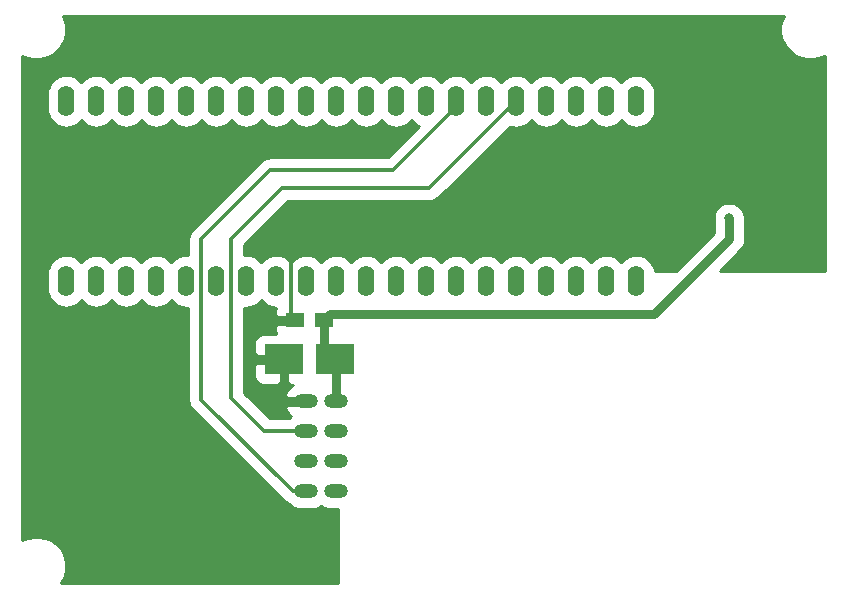
<source format=gbl>
G04 #@! TF.GenerationSoftware,KiCad,Pcbnew,no-vcs-found-5f4599f~59~ubuntu16.04.1*
G04 #@! TF.CreationDate,2017-07-19T09:38:49+03:00*
G04 #@! TF.ProjectId,serial_gw_maple_mini,73657269616C5F67775F6D61706C655F,rev?*
G04 #@! TF.SameCoordinates,Original
G04 #@! TF.FileFunction,Copper,L2,Bot,Signal*
G04 #@! TF.FilePolarity,Positive*
%FSLAX46Y46*%
G04 Gerber Fmt 4.6, Leading zero omitted, Abs format (unit mm)*
G04 Created by KiCad (PCBNEW no-vcs-found-5f4599f~59~ubuntu16.04.1) date Wed Jul 19 09:38:49 2017*
%MOMM*%
%LPD*%
G01*
G04 APERTURE LIST*
%ADD10O,1.400000X2.600000*%
%ADD11C,0.450000*%
%ADD12O,2.000000X1.200000*%
%ADD13R,3.200000X2.500000*%
%ADD14R,1.500000X1.250000*%
%ADD15C,0.800000*%
%ADD16C,0.350000*%
%ADD17C,0.800000*%
%ADD18C,0.254000*%
G04 APERTURE END LIST*
D10*
X144780000Y-48260000D03*
X147320000Y-48260000D03*
X149860000Y-48260000D03*
X152400000Y-48260000D03*
X154940000Y-48260000D03*
X157480000Y-48260000D03*
X160020000Y-48260000D03*
X162560000Y-48260000D03*
X165100000Y-48260000D03*
X167640000Y-48260000D03*
X170180000Y-48260000D03*
X172720000Y-48260000D03*
X175260000Y-48260000D03*
X177800000Y-48260000D03*
X180340000Y-48260000D03*
X182880000Y-48260000D03*
X185420000Y-48260000D03*
X187960000Y-48260000D03*
X190500000Y-48260000D03*
X193040000Y-48260000D03*
X193040000Y-63500000D03*
X190500000Y-63500000D03*
X187960000Y-63500000D03*
X185420000Y-63500000D03*
X182880000Y-63500000D03*
X180340000Y-63500000D03*
X177800000Y-63500000D03*
X175260000Y-63500000D03*
X172720000Y-63500000D03*
X170180000Y-63500000D03*
X167640000Y-63500000D03*
X165100000Y-63500000D03*
X162560000Y-63500000D03*
X160020000Y-63500000D03*
X157480000Y-63500000D03*
X154940000Y-63500000D03*
X152400000Y-63500000D03*
X149860000Y-63500000D03*
X147320000Y-63500000D03*
X144780000Y-63500000D03*
D11*
X170707857Y-45778500D03*
X173247857Y-45778500D03*
X175787857Y-45778500D03*
X178327857Y-45778500D03*
X180867857Y-45778500D03*
X183407857Y-45778500D03*
X185947857Y-45778500D03*
X188487857Y-45778500D03*
X191027857Y-45778500D03*
X193567857Y-45778500D03*
X142767857Y-45778500D03*
X145307857Y-45778500D03*
X147847857Y-45778500D03*
X150387857Y-45778500D03*
X152927857Y-45778500D03*
X155467857Y-45778500D03*
X158007857Y-45778500D03*
X160547857Y-45778500D03*
X163087857Y-45778500D03*
X165627857Y-45778500D03*
X168167857Y-45778500D03*
X175787857Y-58478500D03*
X178327857Y-55938500D03*
D12*
X165100000Y-81280000D03*
X167640000Y-81280000D03*
X165100000Y-78740000D03*
X167640000Y-78740000D03*
X165100000Y-76200000D03*
X167640000Y-76200000D03*
X165100000Y-73660000D03*
X167640000Y-73660000D03*
D13*
X163204000Y-70104000D03*
X167504000Y-70104000D03*
D14*
X164104000Y-66802000D03*
X166604000Y-66802000D03*
D11*
X145307857Y-43238500D03*
X147847857Y-43238500D03*
X150387857Y-43238500D03*
X152927857Y-43238500D03*
X155467857Y-43238500D03*
X158007857Y-43238500D03*
X160547857Y-43238500D03*
X163087857Y-43238500D03*
X165627857Y-43238500D03*
X168167857Y-43238500D03*
X170707857Y-43238500D03*
X173247857Y-43238500D03*
X175787857Y-43238500D03*
X178327857Y-43238500D03*
X180867857Y-43238500D03*
X183407857Y-43238500D03*
X185947857Y-43238500D03*
X188487857Y-43238500D03*
X191027857Y-43238500D03*
X193567857Y-43238500D03*
X196107857Y-43238500D03*
X198647857Y-43238500D03*
X201187857Y-43238500D03*
X203727857Y-43238500D03*
X196107857Y-45778500D03*
X206267857Y-45778500D03*
X208807857Y-45778500D03*
X142767857Y-48318500D03*
X196107857Y-48318500D03*
X206267857Y-48318500D03*
X208807857Y-48318500D03*
X142767857Y-50858500D03*
X206267857Y-50858500D03*
X208807857Y-50858500D03*
X142767857Y-53398500D03*
X145307857Y-53398500D03*
X147847857Y-53398500D03*
X150387857Y-53398500D03*
X152927857Y-53398500D03*
X155467857Y-53398500D03*
X180867857Y-53398500D03*
X183407857Y-53398500D03*
X185947857Y-53398500D03*
X188487857Y-53398500D03*
X191027857Y-53398500D03*
X193567857Y-53398500D03*
X196107857Y-53398500D03*
X203727857Y-53398500D03*
X206267857Y-53398500D03*
X208807857Y-53398500D03*
X142767857Y-55938500D03*
X145307857Y-55938500D03*
X147847857Y-55938500D03*
X150387857Y-55938500D03*
X152927857Y-55938500D03*
X155467857Y-55938500D03*
X180867857Y-55938500D03*
X183407857Y-55938500D03*
X185947857Y-55938500D03*
X188487857Y-55938500D03*
X191027857Y-55938500D03*
X193567857Y-55938500D03*
X196107857Y-55938500D03*
X206267857Y-55938500D03*
X208807857Y-55938500D03*
X142767857Y-58478500D03*
X145307857Y-58478500D03*
X147847857Y-58478500D03*
X150387857Y-58478500D03*
X152927857Y-58478500D03*
X178327857Y-58478500D03*
X180867857Y-58478500D03*
X183407857Y-58478500D03*
X185947857Y-58478500D03*
X188487857Y-58478500D03*
X191027857Y-58478500D03*
X193567857Y-58478500D03*
X196107857Y-58478500D03*
X198647857Y-58478500D03*
X203727857Y-58478500D03*
X206267857Y-58478500D03*
X208807857Y-58478500D03*
X142767857Y-61018500D03*
X145307857Y-61018500D03*
X147847857Y-61018500D03*
X150387857Y-61018500D03*
X165627857Y-61018500D03*
X168167857Y-61018500D03*
X170707857Y-61018500D03*
X173247857Y-61018500D03*
X175787857Y-61018500D03*
X178327857Y-61018500D03*
X180867857Y-61018500D03*
X183407857Y-61018500D03*
X185947857Y-61018500D03*
X188487857Y-61018500D03*
X191027857Y-61018500D03*
X193567857Y-61018500D03*
X196107857Y-61018500D03*
X206267857Y-61018500D03*
X208807857Y-61018500D03*
X142767857Y-63558500D03*
X142767857Y-66098500D03*
X142767857Y-68638500D03*
X145307857Y-68638500D03*
X147847857Y-68638500D03*
X150387857Y-68638500D03*
X142767857Y-71178500D03*
X145307857Y-71178500D03*
X147847857Y-71178500D03*
X150387857Y-71178500D03*
X142767857Y-73718500D03*
X145307857Y-73718500D03*
X147847857Y-73718500D03*
X150387857Y-73718500D03*
X163087857Y-73718500D03*
X142767857Y-76258500D03*
X145307857Y-76258500D03*
X147847857Y-76258500D03*
X150387857Y-76258500D03*
X152927857Y-76258500D03*
X142767857Y-78798500D03*
X145307857Y-78798500D03*
X147847857Y-78798500D03*
X150387857Y-78798500D03*
X152927857Y-78798500D03*
X155467857Y-78798500D03*
X142767857Y-81338500D03*
X145307857Y-81338500D03*
X147847857Y-81338500D03*
X150387857Y-81338500D03*
X152927857Y-81338500D03*
X155467857Y-81338500D03*
X158007857Y-81338500D03*
X142767857Y-83878500D03*
X145307857Y-83878500D03*
X147847857Y-83878500D03*
X150387857Y-83878500D03*
X152927857Y-83878500D03*
X155467857Y-83878500D03*
X158007857Y-83878500D03*
X160547857Y-83878500D03*
X163087857Y-83878500D03*
X165627857Y-83878500D03*
X145307857Y-86418500D03*
X147847857Y-86418500D03*
X150387857Y-86418500D03*
X152927857Y-86418500D03*
X155467857Y-86418500D03*
X158007857Y-86418500D03*
X160547857Y-86418500D03*
X163087857Y-86418500D03*
X165627857Y-86418500D03*
X145307857Y-88958500D03*
X147847857Y-88958500D03*
X150387857Y-88958500D03*
X152927857Y-88958500D03*
X155467857Y-88958500D03*
X158007857Y-88958500D03*
X160547857Y-88958500D03*
X163087857Y-88958500D03*
X165627857Y-88958500D03*
D15*
X163830000Y-61214000D03*
X200914000Y-58166000D03*
D16*
X164104000Y-66802000D02*
X164084000Y-66802000D01*
X164084000Y-66802000D02*
X163830000Y-66548000D01*
X163830000Y-66548000D02*
X163830000Y-61214000D01*
D17*
X200914000Y-58166000D02*
X200914000Y-59944000D01*
X167112000Y-66294000D02*
X166604000Y-66802000D01*
X200914000Y-59944000D02*
X194564000Y-66294000D01*
X194564000Y-66294000D02*
X167112000Y-66294000D01*
X167640000Y-73660000D02*
X167640000Y-70240000D01*
X167640000Y-70240000D02*
X167504000Y-70104000D01*
X166604000Y-66802000D02*
X166604000Y-69204000D01*
X166604000Y-69204000D02*
X167504000Y-70104000D01*
D16*
X165100000Y-76200000D02*
X161544000Y-76200000D01*
X161544000Y-76200000D02*
X158755199Y-73411199D01*
X158755199Y-59938801D02*
X163068000Y-55626000D01*
X158755199Y-73411199D02*
X158755199Y-59938801D01*
X163068000Y-55626000D02*
X175514000Y-55626000D01*
X175514000Y-55626000D02*
X182880000Y-48260000D01*
X177800000Y-48260000D02*
X177800000Y-48768000D01*
X162052000Y-54102000D02*
X156215199Y-59938801D01*
X177800000Y-48768000D02*
X172466000Y-54102000D01*
X172466000Y-54102000D02*
X162052000Y-54102000D01*
X156215199Y-59938801D02*
X156215199Y-73540199D01*
X156215199Y-73540199D02*
X163955000Y-81280000D01*
X163955000Y-81280000D02*
X164700000Y-81280000D01*
X164700000Y-81280000D02*
X165100000Y-81280000D01*
D18*
G36*
X205351633Y-41396214D02*
X205248598Y-41880955D01*
X205241678Y-42376477D01*
X205331138Y-42863906D01*
X205513570Y-43324675D01*
X205782024Y-43741235D01*
X206126276Y-44097719D01*
X206533214Y-44380547D01*
X206987336Y-44578948D01*
X207471345Y-44685365D01*
X207966807Y-44695743D01*
X208454848Y-44609688D01*
X208916880Y-44430478D01*
X208998000Y-44378998D01*
X208998000Y-62611000D01*
X200123662Y-62611000D01*
X201852331Y-60882331D01*
X201930139Y-60787605D01*
X202008926Y-60693711D01*
X202012289Y-60687593D01*
X202016716Y-60682204D01*
X202074627Y-60574202D01*
X202133693Y-60466761D01*
X202135803Y-60460110D01*
X202139100Y-60453961D01*
X202174936Y-60336745D01*
X202212002Y-60219899D01*
X202212780Y-60212964D01*
X202214820Y-60206291D01*
X202227206Y-60084357D01*
X202240871Y-59962528D01*
X202240966Y-59948888D01*
X202240992Y-59948632D01*
X202240969Y-59948393D01*
X202241000Y-59944000D01*
X202241000Y-58166000D01*
X202239460Y-58150291D01*
X202241057Y-58035881D01*
X202190510Y-57780599D01*
X202091341Y-57539997D01*
X201947327Y-57323239D01*
X201763955Y-57138581D01*
X201548207Y-56993058D01*
X201308303Y-56892212D01*
X201053380Y-56839884D01*
X200793149Y-56838067D01*
X200537520Y-56886831D01*
X200296231Y-56984318D01*
X200078473Y-57126814D01*
X199892540Y-57308894D01*
X199745514Y-57523620D01*
X199642996Y-57762814D01*
X199588889Y-58017365D01*
X199585255Y-58277578D01*
X199587000Y-58287086D01*
X199587000Y-59394338D01*
X196370338Y-62611000D01*
X194639720Y-62611000D01*
X194636014Y-62573205D01*
X194544236Y-62269222D01*
X194395163Y-61988856D01*
X194194472Y-61742784D01*
X193949807Y-61540380D01*
X193670488Y-61389353D01*
X193367154Y-61295455D01*
X193051359Y-61262264D01*
X192735131Y-61291043D01*
X192430515Y-61380696D01*
X192149115Y-61527808D01*
X191901648Y-61726777D01*
X191769683Y-61884047D01*
X191654472Y-61742784D01*
X191409807Y-61540380D01*
X191130488Y-61389353D01*
X190827154Y-61295455D01*
X190511359Y-61262264D01*
X190195131Y-61291043D01*
X189890515Y-61380696D01*
X189609115Y-61527808D01*
X189361648Y-61726777D01*
X189229683Y-61884047D01*
X189114472Y-61742784D01*
X188869807Y-61540380D01*
X188590488Y-61389353D01*
X188287154Y-61295455D01*
X187971359Y-61262264D01*
X187655131Y-61291043D01*
X187350515Y-61380696D01*
X187069115Y-61527808D01*
X186821648Y-61726777D01*
X186689683Y-61884047D01*
X186574472Y-61742784D01*
X186329807Y-61540380D01*
X186050488Y-61389353D01*
X185747154Y-61295455D01*
X185431359Y-61262264D01*
X185115131Y-61291043D01*
X184810515Y-61380696D01*
X184529115Y-61527808D01*
X184281648Y-61726777D01*
X184149683Y-61884047D01*
X184034472Y-61742784D01*
X183789807Y-61540380D01*
X183510488Y-61389353D01*
X183207154Y-61295455D01*
X182891359Y-61262264D01*
X182575131Y-61291043D01*
X182270515Y-61380696D01*
X181989115Y-61527808D01*
X181741648Y-61726777D01*
X181609683Y-61884047D01*
X181494472Y-61742784D01*
X181249807Y-61540380D01*
X180970488Y-61389353D01*
X180667154Y-61295455D01*
X180351359Y-61262264D01*
X180035131Y-61291043D01*
X179730515Y-61380696D01*
X179449115Y-61527808D01*
X179201648Y-61726777D01*
X179069683Y-61884047D01*
X178954472Y-61742784D01*
X178709807Y-61540380D01*
X178430488Y-61389353D01*
X178127154Y-61295455D01*
X177811359Y-61262264D01*
X177495131Y-61291043D01*
X177190515Y-61380696D01*
X176909115Y-61527808D01*
X176661648Y-61726777D01*
X176529683Y-61884047D01*
X176414472Y-61742784D01*
X176169807Y-61540380D01*
X175890488Y-61389353D01*
X175587154Y-61295455D01*
X175271359Y-61262264D01*
X174955131Y-61291043D01*
X174650515Y-61380696D01*
X174369115Y-61527808D01*
X174121648Y-61726777D01*
X173989683Y-61884047D01*
X173874472Y-61742784D01*
X173629807Y-61540380D01*
X173350488Y-61389353D01*
X173047154Y-61295455D01*
X172731359Y-61262264D01*
X172415131Y-61291043D01*
X172110515Y-61380696D01*
X171829115Y-61527808D01*
X171581648Y-61726777D01*
X171449683Y-61884047D01*
X171334472Y-61742784D01*
X171089807Y-61540380D01*
X170810488Y-61389353D01*
X170507154Y-61295455D01*
X170191359Y-61262264D01*
X169875131Y-61291043D01*
X169570515Y-61380696D01*
X169289115Y-61527808D01*
X169041648Y-61726777D01*
X168909683Y-61884047D01*
X168794472Y-61742784D01*
X168549807Y-61540380D01*
X168270488Y-61389353D01*
X167967154Y-61295455D01*
X167651359Y-61262264D01*
X167335131Y-61291043D01*
X167030515Y-61380696D01*
X166749115Y-61527808D01*
X166501648Y-61726777D01*
X166369683Y-61884047D01*
X166254472Y-61742784D01*
X166009807Y-61540380D01*
X165730488Y-61389353D01*
X165427154Y-61295455D01*
X165111359Y-61262264D01*
X164795131Y-61291043D01*
X164490515Y-61380696D01*
X164209115Y-61527808D01*
X163961648Y-61726777D01*
X163829683Y-61884047D01*
X163714472Y-61742784D01*
X163469807Y-61540380D01*
X163190488Y-61389353D01*
X162887154Y-61295455D01*
X162571359Y-61262264D01*
X162255131Y-61291043D01*
X161950515Y-61380696D01*
X161669115Y-61527808D01*
X161421648Y-61726777D01*
X161289683Y-61884047D01*
X161174472Y-61742784D01*
X160929807Y-61540380D01*
X160650488Y-61389353D01*
X160347154Y-61295455D01*
X160031359Y-61262264D01*
X159857199Y-61278114D01*
X159857199Y-60395265D01*
X163524463Y-56728000D01*
X175514000Y-56728000D01*
X175615296Y-56718068D01*
X175716714Y-56709195D01*
X175722278Y-56707579D01*
X175728046Y-56707013D01*
X175825545Y-56677576D01*
X175923247Y-56649191D01*
X175928388Y-56646526D01*
X175933940Y-56644850D01*
X176023845Y-56597046D01*
X176114192Y-56550215D01*
X176118722Y-56546599D01*
X176123837Y-56543879D01*
X176202694Y-56479565D01*
X176282276Y-56416036D01*
X176290344Y-56408080D01*
X176290507Y-56407947D01*
X176290632Y-56407796D01*
X176293232Y-56405232D01*
X182309307Y-50389157D01*
X182552846Y-50464545D01*
X182868641Y-50497736D01*
X183184869Y-50468957D01*
X183489485Y-50379304D01*
X183770885Y-50232192D01*
X184018352Y-50033223D01*
X184150317Y-49875953D01*
X184265528Y-50017216D01*
X184510193Y-50219620D01*
X184789512Y-50370647D01*
X185092846Y-50464545D01*
X185408641Y-50497736D01*
X185724869Y-50468957D01*
X186029485Y-50379304D01*
X186310885Y-50232192D01*
X186558352Y-50033223D01*
X186690317Y-49875953D01*
X186805528Y-50017216D01*
X187050193Y-50219620D01*
X187329512Y-50370647D01*
X187632846Y-50464545D01*
X187948641Y-50497736D01*
X188264869Y-50468957D01*
X188569485Y-50379304D01*
X188850885Y-50232192D01*
X189098352Y-50033223D01*
X189230317Y-49875953D01*
X189345528Y-50017216D01*
X189590193Y-50219620D01*
X189869512Y-50370647D01*
X190172846Y-50464545D01*
X190488641Y-50497736D01*
X190804869Y-50468957D01*
X191109485Y-50379304D01*
X191390885Y-50232192D01*
X191638352Y-50033223D01*
X191770317Y-49875953D01*
X191885528Y-50017216D01*
X192130193Y-50219620D01*
X192409512Y-50370647D01*
X192712846Y-50464545D01*
X193028641Y-50497736D01*
X193344869Y-50468957D01*
X193649485Y-50379304D01*
X193930885Y-50232192D01*
X194178352Y-50033223D01*
X194382460Y-49789977D01*
X194535433Y-49511719D01*
X194631446Y-49209048D01*
X194666841Y-48893492D01*
X194667000Y-48870776D01*
X194667000Y-47649224D01*
X194636014Y-47333205D01*
X194544236Y-47029222D01*
X194395163Y-46748856D01*
X194194472Y-46502784D01*
X193949807Y-46300380D01*
X193670488Y-46149353D01*
X193367154Y-46055455D01*
X193051359Y-46022264D01*
X192735131Y-46051043D01*
X192430515Y-46140696D01*
X192149115Y-46287808D01*
X191901648Y-46486777D01*
X191769683Y-46644047D01*
X191654472Y-46502784D01*
X191409807Y-46300380D01*
X191130488Y-46149353D01*
X190827154Y-46055455D01*
X190511359Y-46022264D01*
X190195131Y-46051043D01*
X189890515Y-46140696D01*
X189609115Y-46287808D01*
X189361648Y-46486777D01*
X189229683Y-46644047D01*
X189114472Y-46502784D01*
X188869807Y-46300380D01*
X188590488Y-46149353D01*
X188287154Y-46055455D01*
X187971359Y-46022264D01*
X187655131Y-46051043D01*
X187350515Y-46140696D01*
X187069115Y-46287808D01*
X186821648Y-46486777D01*
X186689683Y-46644047D01*
X186574472Y-46502784D01*
X186329807Y-46300380D01*
X186050488Y-46149353D01*
X185747154Y-46055455D01*
X185431359Y-46022264D01*
X185115131Y-46051043D01*
X184810515Y-46140696D01*
X184529115Y-46287808D01*
X184281648Y-46486777D01*
X184149683Y-46644047D01*
X184034472Y-46502784D01*
X183789807Y-46300380D01*
X183510488Y-46149353D01*
X183207154Y-46055455D01*
X182891359Y-46022264D01*
X182575131Y-46051043D01*
X182270515Y-46140696D01*
X181989115Y-46287808D01*
X181741648Y-46486777D01*
X181609683Y-46644047D01*
X181494472Y-46502784D01*
X181249807Y-46300380D01*
X180970488Y-46149353D01*
X180667154Y-46055455D01*
X180351359Y-46022264D01*
X180035131Y-46051043D01*
X179730515Y-46140696D01*
X179449115Y-46287808D01*
X179201648Y-46486777D01*
X179069683Y-46644047D01*
X178954472Y-46502784D01*
X178709807Y-46300380D01*
X178430488Y-46149353D01*
X178127154Y-46055455D01*
X177811359Y-46022264D01*
X177495131Y-46051043D01*
X177190515Y-46140696D01*
X176909115Y-46287808D01*
X176661648Y-46486777D01*
X176529683Y-46644047D01*
X176414472Y-46502784D01*
X176169807Y-46300380D01*
X175890488Y-46149353D01*
X175587154Y-46055455D01*
X175271359Y-46022264D01*
X174955131Y-46051043D01*
X174650515Y-46140696D01*
X174369115Y-46287808D01*
X174121648Y-46486777D01*
X173989683Y-46644047D01*
X173874472Y-46502784D01*
X173629807Y-46300380D01*
X173350488Y-46149353D01*
X173047154Y-46055455D01*
X172731359Y-46022264D01*
X172415131Y-46051043D01*
X172110515Y-46140696D01*
X171829115Y-46287808D01*
X171581648Y-46486777D01*
X171449683Y-46644047D01*
X171334472Y-46502784D01*
X171089807Y-46300380D01*
X170810488Y-46149353D01*
X170507154Y-46055455D01*
X170191359Y-46022264D01*
X169875131Y-46051043D01*
X169570515Y-46140696D01*
X169289115Y-46287808D01*
X169041648Y-46486777D01*
X168909683Y-46644047D01*
X168794472Y-46502784D01*
X168549807Y-46300380D01*
X168270488Y-46149353D01*
X167967154Y-46055455D01*
X167651359Y-46022264D01*
X167335131Y-46051043D01*
X167030515Y-46140696D01*
X166749115Y-46287808D01*
X166501648Y-46486777D01*
X166369683Y-46644047D01*
X166254472Y-46502784D01*
X166009807Y-46300380D01*
X165730488Y-46149353D01*
X165427154Y-46055455D01*
X165111359Y-46022264D01*
X164795131Y-46051043D01*
X164490515Y-46140696D01*
X164209115Y-46287808D01*
X163961648Y-46486777D01*
X163829683Y-46644047D01*
X163714472Y-46502784D01*
X163469807Y-46300380D01*
X163190488Y-46149353D01*
X162887154Y-46055455D01*
X162571359Y-46022264D01*
X162255131Y-46051043D01*
X161950515Y-46140696D01*
X161669115Y-46287808D01*
X161421648Y-46486777D01*
X161289683Y-46644047D01*
X161174472Y-46502784D01*
X160929807Y-46300380D01*
X160650488Y-46149353D01*
X160347154Y-46055455D01*
X160031359Y-46022264D01*
X159715131Y-46051043D01*
X159410515Y-46140696D01*
X159129115Y-46287808D01*
X158881648Y-46486777D01*
X158749683Y-46644047D01*
X158634472Y-46502784D01*
X158389807Y-46300380D01*
X158110488Y-46149353D01*
X157807154Y-46055455D01*
X157491359Y-46022264D01*
X157175131Y-46051043D01*
X156870515Y-46140696D01*
X156589115Y-46287808D01*
X156341648Y-46486777D01*
X156209683Y-46644047D01*
X156094472Y-46502784D01*
X155849807Y-46300380D01*
X155570488Y-46149353D01*
X155267154Y-46055455D01*
X154951359Y-46022264D01*
X154635131Y-46051043D01*
X154330515Y-46140696D01*
X154049115Y-46287808D01*
X153801648Y-46486777D01*
X153669683Y-46644047D01*
X153554472Y-46502784D01*
X153309807Y-46300380D01*
X153030488Y-46149353D01*
X152727154Y-46055455D01*
X152411359Y-46022264D01*
X152095131Y-46051043D01*
X151790515Y-46140696D01*
X151509115Y-46287808D01*
X151261648Y-46486777D01*
X151129683Y-46644047D01*
X151014472Y-46502784D01*
X150769807Y-46300380D01*
X150490488Y-46149353D01*
X150187154Y-46055455D01*
X149871359Y-46022264D01*
X149555131Y-46051043D01*
X149250515Y-46140696D01*
X148969115Y-46287808D01*
X148721648Y-46486777D01*
X148589683Y-46644047D01*
X148474472Y-46502784D01*
X148229807Y-46300380D01*
X147950488Y-46149353D01*
X147647154Y-46055455D01*
X147331359Y-46022264D01*
X147015131Y-46051043D01*
X146710515Y-46140696D01*
X146429115Y-46287808D01*
X146181648Y-46486777D01*
X146049683Y-46644047D01*
X145934472Y-46502784D01*
X145689807Y-46300380D01*
X145410488Y-46149353D01*
X145107154Y-46055455D01*
X144791359Y-46022264D01*
X144475131Y-46051043D01*
X144170515Y-46140696D01*
X143889115Y-46287808D01*
X143641648Y-46486777D01*
X143437540Y-46730023D01*
X143284567Y-47008281D01*
X143188554Y-47310952D01*
X143153159Y-47626508D01*
X143153000Y-47649224D01*
X143153000Y-48870776D01*
X143183986Y-49186795D01*
X143275764Y-49490778D01*
X143424837Y-49771144D01*
X143625528Y-50017216D01*
X143870193Y-50219620D01*
X144149512Y-50370647D01*
X144452846Y-50464545D01*
X144768641Y-50497736D01*
X145084869Y-50468957D01*
X145389485Y-50379304D01*
X145670885Y-50232192D01*
X145918352Y-50033223D01*
X146050317Y-49875953D01*
X146165528Y-50017216D01*
X146410193Y-50219620D01*
X146689512Y-50370647D01*
X146992846Y-50464545D01*
X147308641Y-50497736D01*
X147624869Y-50468957D01*
X147929485Y-50379304D01*
X148210885Y-50232192D01*
X148458352Y-50033223D01*
X148590317Y-49875953D01*
X148705528Y-50017216D01*
X148950193Y-50219620D01*
X149229512Y-50370647D01*
X149532846Y-50464545D01*
X149848641Y-50497736D01*
X150164869Y-50468957D01*
X150469485Y-50379304D01*
X150750885Y-50232192D01*
X150998352Y-50033223D01*
X151130317Y-49875953D01*
X151245528Y-50017216D01*
X151490193Y-50219620D01*
X151769512Y-50370647D01*
X152072846Y-50464545D01*
X152388641Y-50497736D01*
X152704869Y-50468957D01*
X153009485Y-50379304D01*
X153290885Y-50232192D01*
X153538352Y-50033223D01*
X153670317Y-49875953D01*
X153785528Y-50017216D01*
X154030193Y-50219620D01*
X154309512Y-50370647D01*
X154612846Y-50464545D01*
X154928641Y-50497736D01*
X155244869Y-50468957D01*
X155549485Y-50379304D01*
X155830885Y-50232192D01*
X156078352Y-50033223D01*
X156210317Y-49875953D01*
X156325528Y-50017216D01*
X156570193Y-50219620D01*
X156849512Y-50370647D01*
X157152846Y-50464545D01*
X157468641Y-50497736D01*
X157784869Y-50468957D01*
X158089485Y-50379304D01*
X158370885Y-50232192D01*
X158618352Y-50033223D01*
X158750317Y-49875953D01*
X158865528Y-50017216D01*
X159110193Y-50219620D01*
X159389512Y-50370647D01*
X159692846Y-50464545D01*
X160008641Y-50497736D01*
X160324869Y-50468957D01*
X160629485Y-50379304D01*
X160910885Y-50232192D01*
X161158352Y-50033223D01*
X161290317Y-49875953D01*
X161405528Y-50017216D01*
X161650193Y-50219620D01*
X161929512Y-50370647D01*
X162232846Y-50464545D01*
X162548641Y-50497736D01*
X162864869Y-50468957D01*
X163169485Y-50379304D01*
X163450885Y-50232192D01*
X163698352Y-50033223D01*
X163830317Y-49875953D01*
X163945528Y-50017216D01*
X164190193Y-50219620D01*
X164469512Y-50370647D01*
X164772846Y-50464545D01*
X165088641Y-50497736D01*
X165404869Y-50468957D01*
X165709485Y-50379304D01*
X165990885Y-50232192D01*
X166238352Y-50033223D01*
X166370317Y-49875953D01*
X166485528Y-50017216D01*
X166730193Y-50219620D01*
X167009512Y-50370647D01*
X167312846Y-50464545D01*
X167628641Y-50497736D01*
X167944869Y-50468957D01*
X168249485Y-50379304D01*
X168530885Y-50232192D01*
X168778352Y-50033223D01*
X168910317Y-49875953D01*
X169025528Y-50017216D01*
X169270193Y-50219620D01*
X169549512Y-50370647D01*
X169852846Y-50464545D01*
X170168641Y-50497736D01*
X170484869Y-50468957D01*
X170789485Y-50379304D01*
X171070885Y-50232192D01*
X171318352Y-50033223D01*
X171450317Y-49875953D01*
X171565528Y-50017216D01*
X171810193Y-50219620D01*
X172089512Y-50370647D01*
X172392846Y-50464545D01*
X172708641Y-50497736D01*
X173024869Y-50468957D01*
X173329485Y-50379304D01*
X173610885Y-50232192D01*
X173858352Y-50033223D01*
X173990317Y-49875953D01*
X174105528Y-50017216D01*
X174350193Y-50219620D01*
X174629512Y-50370647D01*
X174636672Y-50372864D01*
X172009536Y-53000000D01*
X162052000Y-53000000D01*
X161950704Y-53009932D01*
X161849286Y-53018805D01*
X161843722Y-53020421D01*
X161837954Y-53020987D01*
X161740455Y-53050424D01*
X161642753Y-53078809D01*
X161637612Y-53081474D01*
X161632060Y-53083150D01*
X161542155Y-53130954D01*
X161451808Y-53177785D01*
X161447278Y-53181401D01*
X161442163Y-53184121D01*
X161363300Y-53248440D01*
X161283723Y-53311965D01*
X161275656Y-53319920D01*
X161275493Y-53320053D01*
X161275368Y-53320204D01*
X161272768Y-53322768D01*
X155435967Y-59159569D01*
X155371342Y-59238246D01*
X155305924Y-59316207D01*
X155303133Y-59321285D01*
X155299454Y-59325763D01*
X155251344Y-59415488D01*
X155202312Y-59504677D01*
X155200560Y-59510200D01*
X155197821Y-59515308D01*
X155168070Y-59612621D01*
X155137280Y-59709682D01*
X155136633Y-59715446D01*
X155134941Y-59720982D01*
X155124663Y-59822169D01*
X155113306Y-59923415D01*
X155113227Y-59934745D01*
X155113206Y-59934954D01*
X155113224Y-59935149D01*
X155113199Y-59938801D01*
X155113199Y-61279274D01*
X154951359Y-61262264D01*
X154635131Y-61291043D01*
X154330515Y-61380696D01*
X154049115Y-61527808D01*
X153801648Y-61726777D01*
X153669683Y-61884047D01*
X153554472Y-61742784D01*
X153309807Y-61540380D01*
X153030488Y-61389353D01*
X152727154Y-61295455D01*
X152411359Y-61262264D01*
X152095131Y-61291043D01*
X151790515Y-61380696D01*
X151509115Y-61527808D01*
X151261648Y-61726777D01*
X151129683Y-61884047D01*
X151014472Y-61742784D01*
X150769807Y-61540380D01*
X150490488Y-61389353D01*
X150187154Y-61295455D01*
X149871359Y-61262264D01*
X149555131Y-61291043D01*
X149250515Y-61380696D01*
X148969115Y-61527808D01*
X148721648Y-61726777D01*
X148589683Y-61884047D01*
X148474472Y-61742784D01*
X148229807Y-61540380D01*
X147950488Y-61389353D01*
X147647154Y-61295455D01*
X147331359Y-61262264D01*
X147015131Y-61291043D01*
X146710515Y-61380696D01*
X146429115Y-61527808D01*
X146181648Y-61726777D01*
X146049683Y-61884047D01*
X145934472Y-61742784D01*
X145689807Y-61540380D01*
X145410488Y-61389353D01*
X145107154Y-61295455D01*
X144791359Y-61262264D01*
X144475131Y-61291043D01*
X144170515Y-61380696D01*
X143889115Y-61527808D01*
X143641648Y-61726777D01*
X143437540Y-61970023D01*
X143284567Y-62248281D01*
X143188554Y-62550952D01*
X143153159Y-62866508D01*
X143153000Y-62889224D01*
X143153000Y-64110776D01*
X143183986Y-64426795D01*
X143275764Y-64730778D01*
X143424837Y-65011144D01*
X143625528Y-65257216D01*
X143870193Y-65459620D01*
X144149512Y-65610647D01*
X144452846Y-65704545D01*
X144768641Y-65737736D01*
X145084869Y-65708957D01*
X145389485Y-65619304D01*
X145670885Y-65472192D01*
X145918352Y-65273223D01*
X146050317Y-65115953D01*
X146165528Y-65257216D01*
X146410193Y-65459620D01*
X146689512Y-65610647D01*
X146992846Y-65704545D01*
X147308641Y-65737736D01*
X147624869Y-65708957D01*
X147929485Y-65619304D01*
X148210885Y-65472192D01*
X148458352Y-65273223D01*
X148590317Y-65115953D01*
X148705528Y-65257216D01*
X148950193Y-65459620D01*
X149229512Y-65610647D01*
X149532846Y-65704545D01*
X149848641Y-65737736D01*
X150164869Y-65708957D01*
X150469485Y-65619304D01*
X150750885Y-65472192D01*
X150998352Y-65273223D01*
X151130317Y-65115953D01*
X151245528Y-65257216D01*
X151490193Y-65459620D01*
X151769512Y-65610647D01*
X152072846Y-65704545D01*
X152388641Y-65737736D01*
X152704869Y-65708957D01*
X153009485Y-65619304D01*
X153290885Y-65472192D01*
X153538352Y-65273223D01*
X153670317Y-65115953D01*
X153785528Y-65257216D01*
X154030193Y-65459620D01*
X154309512Y-65610647D01*
X154612846Y-65704545D01*
X154928641Y-65737736D01*
X155113199Y-65720940D01*
X155113199Y-73540199D01*
X155123131Y-73641495D01*
X155132004Y-73742913D01*
X155133620Y-73748477D01*
X155134186Y-73754245D01*
X155163623Y-73851744D01*
X155192008Y-73949446D01*
X155194673Y-73954587D01*
X155196349Y-73960139D01*
X155244153Y-74050044D01*
X155290984Y-74140391D01*
X155294600Y-74144921D01*
X155297320Y-74150036D01*
X155361634Y-74228893D01*
X155425163Y-74308475D01*
X155433119Y-74316543D01*
X155433252Y-74316706D01*
X155433403Y-74316831D01*
X155435967Y-74319431D01*
X163175769Y-82059232D01*
X163254420Y-82123837D01*
X163332406Y-82189275D01*
X163337484Y-82192067D01*
X163341962Y-82195745D01*
X163431687Y-82243855D01*
X163520876Y-82292887D01*
X163526399Y-82294639D01*
X163531507Y-82297378D01*
X163567516Y-82308387D01*
X163599676Y-82348386D01*
X163827971Y-82539948D01*
X164089127Y-82683520D01*
X164373195Y-82773631D01*
X164669356Y-82806851D01*
X164690676Y-82807000D01*
X165509324Y-82807000D01*
X165805920Y-82777919D01*
X166091218Y-82691782D01*
X166354353Y-82551871D01*
X166368569Y-82540277D01*
X166629127Y-82683520D01*
X166913195Y-82773631D01*
X167209356Y-82806851D01*
X167230676Y-82807000D01*
X167767000Y-82807000D01*
X167767000Y-88998000D01*
X144367590Y-88998000D01*
X144447845Y-88884231D01*
X144649412Y-88431505D01*
X144759204Y-87948250D01*
X144767108Y-87382215D01*
X144670852Y-86896083D01*
X144482004Y-86437905D01*
X144207760Y-86025134D01*
X143858564Y-85673492D01*
X143447718Y-85396373D01*
X142990870Y-85204331D01*
X142505421Y-85104683D01*
X142009863Y-85101223D01*
X141523071Y-85194084D01*
X141063586Y-85379728D01*
X141002000Y-85420029D01*
X141002000Y-44380890D01*
X141455336Y-44578948D01*
X141939345Y-44685365D01*
X142434807Y-44695743D01*
X142922848Y-44609688D01*
X143384880Y-44430478D01*
X143803304Y-44164938D01*
X144162182Y-43823183D01*
X144447845Y-43418231D01*
X144649412Y-42965505D01*
X144759204Y-42482250D01*
X144767108Y-41916215D01*
X144670852Y-41430083D01*
X144494408Y-41002000D01*
X205520593Y-41002000D01*
X205351633Y-41396214D01*
X205351633Y-41396214D01*
G37*
X205351633Y-41396214D02*
X205248598Y-41880955D01*
X205241678Y-42376477D01*
X205331138Y-42863906D01*
X205513570Y-43324675D01*
X205782024Y-43741235D01*
X206126276Y-44097719D01*
X206533214Y-44380547D01*
X206987336Y-44578948D01*
X207471345Y-44685365D01*
X207966807Y-44695743D01*
X208454848Y-44609688D01*
X208916880Y-44430478D01*
X208998000Y-44378998D01*
X208998000Y-62611000D01*
X200123662Y-62611000D01*
X201852331Y-60882331D01*
X201930139Y-60787605D01*
X202008926Y-60693711D01*
X202012289Y-60687593D01*
X202016716Y-60682204D01*
X202074627Y-60574202D01*
X202133693Y-60466761D01*
X202135803Y-60460110D01*
X202139100Y-60453961D01*
X202174936Y-60336745D01*
X202212002Y-60219899D01*
X202212780Y-60212964D01*
X202214820Y-60206291D01*
X202227206Y-60084357D01*
X202240871Y-59962528D01*
X202240966Y-59948888D01*
X202240992Y-59948632D01*
X202240969Y-59948393D01*
X202241000Y-59944000D01*
X202241000Y-58166000D01*
X202239460Y-58150291D01*
X202241057Y-58035881D01*
X202190510Y-57780599D01*
X202091341Y-57539997D01*
X201947327Y-57323239D01*
X201763955Y-57138581D01*
X201548207Y-56993058D01*
X201308303Y-56892212D01*
X201053380Y-56839884D01*
X200793149Y-56838067D01*
X200537520Y-56886831D01*
X200296231Y-56984318D01*
X200078473Y-57126814D01*
X199892540Y-57308894D01*
X199745514Y-57523620D01*
X199642996Y-57762814D01*
X199588889Y-58017365D01*
X199585255Y-58277578D01*
X199587000Y-58287086D01*
X199587000Y-59394338D01*
X196370338Y-62611000D01*
X194639720Y-62611000D01*
X194636014Y-62573205D01*
X194544236Y-62269222D01*
X194395163Y-61988856D01*
X194194472Y-61742784D01*
X193949807Y-61540380D01*
X193670488Y-61389353D01*
X193367154Y-61295455D01*
X193051359Y-61262264D01*
X192735131Y-61291043D01*
X192430515Y-61380696D01*
X192149115Y-61527808D01*
X191901648Y-61726777D01*
X191769683Y-61884047D01*
X191654472Y-61742784D01*
X191409807Y-61540380D01*
X191130488Y-61389353D01*
X190827154Y-61295455D01*
X190511359Y-61262264D01*
X190195131Y-61291043D01*
X189890515Y-61380696D01*
X189609115Y-61527808D01*
X189361648Y-61726777D01*
X189229683Y-61884047D01*
X189114472Y-61742784D01*
X188869807Y-61540380D01*
X188590488Y-61389353D01*
X188287154Y-61295455D01*
X187971359Y-61262264D01*
X187655131Y-61291043D01*
X187350515Y-61380696D01*
X187069115Y-61527808D01*
X186821648Y-61726777D01*
X186689683Y-61884047D01*
X186574472Y-61742784D01*
X186329807Y-61540380D01*
X186050488Y-61389353D01*
X185747154Y-61295455D01*
X185431359Y-61262264D01*
X185115131Y-61291043D01*
X184810515Y-61380696D01*
X184529115Y-61527808D01*
X184281648Y-61726777D01*
X184149683Y-61884047D01*
X184034472Y-61742784D01*
X183789807Y-61540380D01*
X183510488Y-61389353D01*
X183207154Y-61295455D01*
X182891359Y-61262264D01*
X182575131Y-61291043D01*
X182270515Y-61380696D01*
X181989115Y-61527808D01*
X181741648Y-61726777D01*
X181609683Y-61884047D01*
X181494472Y-61742784D01*
X181249807Y-61540380D01*
X180970488Y-61389353D01*
X180667154Y-61295455D01*
X180351359Y-61262264D01*
X180035131Y-61291043D01*
X179730515Y-61380696D01*
X179449115Y-61527808D01*
X179201648Y-61726777D01*
X179069683Y-61884047D01*
X178954472Y-61742784D01*
X178709807Y-61540380D01*
X178430488Y-61389353D01*
X178127154Y-61295455D01*
X177811359Y-61262264D01*
X177495131Y-61291043D01*
X177190515Y-61380696D01*
X176909115Y-61527808D01*
X176661648Y-61726777D01*
X176529683Y-61884047D01*
X176414472Y-61742784D01*
X176169807Y-61540380D01*
X175890488Y-61389353D01*
X175587154Y-61295455D01*
X175271359Y-61262264D01*
X174955131Y-61291043D01*
X174650515Y-61380696D01*
X174369115Y-61527808D01*
X174121648Y-61726777D01*
X173989683Y-61884047D01*
X173874472Y-61742784D01*
X173629807Y-61540380D01*
X173350488Y-61389353D01*
X173047154Y-61295455D01*
X172731359Y-61262264D01*
X172415131Y-61291043D01*
X172110515Y-61380696D01*
X171829115Y-61527808D01*
X171581648Y-61726777D01*
X171449683Y-61884047D01*
X171334472Y-61742784D01*
X171089807Y-61540380D01*
X170810488Y-61389353D01*
X170507154Y-61295455D01*
X170191359Y-61262264D01*
X169875131Y-61291043D01*
X169570515Y-61380696D01*
X169289115Y-61527808D01*
X169041648Y-61726777D01*
X168909683Y-61884047D01*
X168794472Y-61742784D01*
X168549807Y-61540380D01*
X168270488Y-61389353D01*
X167967154Y-61295455D01*
X167651359Y-61262264D01*
X167335131Y-61291043D01*
X167030515Y-61380696D01*
X166749115Y-61527808D01*
X166501648Y-61726777D01*
X166369683Y-61884047D01*
X166254472Y-61742784D01*
X166009807Y-61540380D01*
X165730488Y-61389353D01*
X165427154Y-61295455D01*
X165111359Y-61262264D01*
X164795131Y-61291043D01*
X164490515Y-61380696D01*
X164209115Y-61527808D01*
X163961648Y-61726777D01*
X163829683Y-61884047D01*
X163714472Y-61742784D01*
X163469807Y-61540380D01*
X163190488Y-61389353D01*
X162887154Y-61295455D01*
X162571359Y-61262264D01*
X162255131Y-61291043D01*
X161950515Y-61380696D01*
X161669115Y-61527808D01*
X161421648Y-61726777D01*
X161289683Y-61884047D01*
X161174472Y-61742784D01*
X160929807Y-61540380D01*
X160650488Y-61389353D01*
X160347154Y-61295455D01*
X160031359Y-61262264D01*
X159857199Y-61278114D01*
X159857199Y-60395265D01*
X163524463Y-56728000D01*
X175514000Y-56728000D01*
X175615296Y-56718068D01*
X175716714Y-56709195D01*
X175722278Y-56707579D01*
X175728046Y-56707013D01*
X175825545Y-56677576D01*
X175923247Y-56649191D01*
X175928388Y-56646526D01*
X175933940Y-56644850D01*
X176023845Y-56597046D01*
X176114192Y-56550215D01*
X176118722Y-56546599D01*
X176123837Y-56543879D01*
X176202694Y-56479565D01*
X176282276Y-56416036D01*
X176290344Y-56408080D01*
X176290507Y-56407947D01*
X176290632Y-56407796D01*
X176293232Y-56405232D01*
X182309307Y-50389157D01*
X182552846Y-50464545D01*
X182868641Y-50497736D01*
X183184869Y-50468957D01*
X183489485Y-50379304D01*
X183770885Y-50232192D01*
X184018352Y-50033223D01*
X184150317Y-49875953D01*
X184265528Y-50017216D01*
X184510193Y-50219620D01*
X184789512Y-50370647D01*
X185092846Y-50464545D01*
X185408641Y-50497736D01*
X185724869Y-50468957D01*
X186029485Y-50379304D01*
X186310885Y-50232192D01*
X186558352Y-50033223D01*
X186690317Y-49875953D01*
X186805528Y-50017216D01*
X187050193Y-50219620D01*
X187329512Y-50370647D01*
X187632846Y-50464545D01*
X187948641Y-50497736D01*
X188264869Y-50468957D01*
X188569485Y-50379304D01*
X188850885Y-50232192D01*
X189098352Y-50033223D01*
X189230317Y-49875953D01*
X189345528Y-50017216D01*
X189590193Y-50219620D01*
X189869512Y-50370647D01*
X190172846Y-50464545D01*
X190488641Y-50497736D01*
X190804869Y-50468957D01*
X191109485Y-50379304D01*
X191390885Y-50232192D01*
X191638352Y-50033223D01*
X191770317Y-49875953D01*
X191885528Y-50017216D01*
X192130193Y-50219620D01*
X192409512Y-50370647D01*
X192712846Y-50464545D01*
X193028641Y-50497736D01*
X193344869Y-50468957D01*
X193649485Y-50379304D01*
X193930885Y-50232192D01*
X194178352Y-50033223D01*
X194382460Y-49789977D01*
X194535433Y-49511719D01*
X194631446Y-49209048D01*
X194666841Y-48893492D01*
X194667000Y-48870776D01*
X194667000Y-47649224D01*
X194636014Y-47333205D01*
X194544236Y-47029222D01*
X194395163Y-46748856D01*
X194194472Y-46502784D01*
X193949807Y-46300380D01*
X193670488Y-46149353D01*
X193367154Y-46055455D01*
X193051359Y-46022264D01*
X192735131Y-46051043D01*
X192430515Y-46140696D01*
X192149115Y-46287808D01*
X191901648Y-46486777D01*
X191769683Y-46644047D01*
X191654472Y-46502784D01*
X191409807Y-46300380D01*
X191130488Y-46149353D01*
X190827154Y-46055455D01*
X190511359Y-46022264D01*
X190195131Y-46051043D01*
X189890515Y-46140696D01*
X189609115Y-46287808D01*
X189361648Y-46486777D01*
X189229683Y-46644047D01*
X189114472Y-46502784D01*
X188869807Y-46300380D01*
X188590488Y-46149353D01*
X188287154Y-46055455D01*
X187971359Y-46022264D01*
X187655131Y-46051043D01*
X187350515Y-46140696D01*
X187069115Y-46287808D01*
X186821648Y-46486777D01*
X186689683Y-46644047D01*
X186574472Y-46502784D01*
X186329807Y-46300380D01*
X186050488Y-46149353D01*
X185747154Y-46055455D01*
X185431359Y-46022264D01*
X185115131Y-46051043D01*
X184810515Y-46140696D01*
X184529115Y-46287808D01*
X184281648Y-46486777D01*
X184149683Y-46644047D01*
X184034472Y-46502784D01*
X183789807Y-46300380D01*
X183510488Y-46149353D01*
X183207154Y-46055455D01*
X182891359Y-46022264D01*
X182575131Y-46051043D01*
X182270515Y-46140696D01*
X181989115Y-46287808D01*
X181741648Y-46486777D01*
X181609683Y-46644047D01*
X181494472Y-46502784D01*
X181249807Y-46300380D01*
X180970488Y-46149353D01*
X180667154Y-46055455D01*
X180351359Y-46022264D01*
X180035131Y-46051043D01*
X179730515Y-46140696D01*
X179449115Y-46287808D01*
X179201648Y-46486777D01*
X179069683Y-46644047D01*
X178954472Y-46502784D01*
X178709807Y-46300380D01*
X178430488Y-46149353D01*
X178127154Y-46055455D01*
X177811359Y-46022264D01*
X177495131Y-46051043D01*
X177190515Y-46140696D01*
X176909115Y-46287808D01*
X176661648Y-46486777D01*
X176529683Y-46644047D01*
X176414472Y-46502784D01*
X176169807Y-46300380D01*
X175890488Y-46149353D01*
X175587154Y-46055455D01*
X175271359Y-46022264D01*
X174955131Y-46051043D01*
X174650515Y-46140696D01*
X174369115Y-46287808D01*
X174121648Y-46486777D01*
X173989683Y-46644047D01*
X173874472Y-46502784D01*
X173629807Y-46300380D01*
X173350488Y-46149353D01*
X173047154Y-46055455D01*
X172731359Y-46022264D01*
X172415131Y-46051043D01*
X172110515Y-46140696D01*
X171829115Y-46287808D01*
X171581648Y-46486777D01*
X171449683Y-46644047D01*
X171334472Y-46502784D01*
X171089807Y-46300380D01*
X170810488Y-46149353D01*
X170507154Y-46055455D01*
X170191359Y-46022264D01*
X169875131Y-46051043D01*
X169570515Y-46140696D01*
X169289115Y-46287808D01*
X169041648Y-46486777D01*
X168909683Y-46644047D01*
X168794472Y-46502784D01*
X168549807Y-46300380D01*
X168270488Y-46149353D01*
X167967154Y-46055455D01*
X167651359Y-46022264D01*
X167335131Y-46051043D01*
X167030515Y-46140696D01*
X166749115Y-46287808D01*
X166501648Y-46486777D01*
X166369683Y-46644047D01*
X166254472Y-46502784D01*
X166009807Y-46300380D01*
X165730488Y-46149353D01*
X165427154Y-46055455D01*
X165111359Y-46022264D01*
X164795131Y-46051043D01*
X164490515Y-46140696D01*
X164209115Y-46287808D01*
X163961648Y-46486777D01*
X163829683Y-46644047D01*
X163714472Y-46502784D01*
X163469807Y-46300380D01*
X163190488Y-46149353D01*
X162887154Y-46055455D01*
X162571359Y-46022264D01*
X162255131Y-46051043D01*
X161950515Y-46140696D01*
X161669115Y-46287808D01*
X161421648Y-46486777D01*
X161289683Y-46644047D01*
X161174472Y-46502784D01*
X160929807Y-46300380D01*
X160650488Y-46149353D01*
X160347154Y-46055455D01*
X160031359Y-46022264D01*
X159715131Y-46051043D01*
X159410515Y-46140696D01*
X159129115Y-46287808D01*
X158881648Y-46486777D01*
X158749683Y-46644047D01*
X158634472Y-46502784D01*
X158389807Y-46300380D01*
X158110488Y-46149353D01*
X157807154Y-46055455D01*
X157491359Y-46022264D01*
X157175131Y-46051043D01*
X156870515Y-46140696D01*
X156589115Y-46287808D01*
X156341648Y-46486777D01*
X156209683Y-46644047D01*
X156094472Y-46502784D01*
X155849807Y-46300380D01*
X155570488Y-46149353D01*
X155267154Y-46055455D01*
X154951359Y-46022264D01*
X154635131Y-46051043D01*
X154330515Y-46140696D01*
X154049115Y-46287808D01*
X153801648Y-46486777D01*
X153669683Y-46644047D01*
X153554472Y-46502784D01*
X153309807Y-46300380D01*
X153030488Y-46149353D01*
X152727154Y-46055455D01*
X152411359Y-46022264D01*
X152095131Y-46051043D01*
X151790515Y-46140696D01*
X151509115Y-46287808D01*
X151261648Y-46486777D01*
X151129683Y-46644047D01*
X151014472Y-46502784D01*
X150769807Y-46300380D01*
X150490488Y-46149353D01*
X150187154Y-46055455D01*
X149871359Y-46022264D01*
X149555131Y-46051043D01*
X149250515Y-46140696D01*
X148969115Y-46287808D01*
X148721648Y-46486777D01*
X148589683Y-46644047D01*
X148474472Y-46502784D01*
X148229807Y-46300380D01*
X147950488Y-46149353D01*
X147647154Y-46055455D01*
X147331359Y-46022264D01*
X147015131Y-46051043D01*
X146710515Y-46140696D01*
X146429115Y-46287808D01*
X146181648Y-46486777D01*
X146049683Y-46644047D01*
X145934472Y-46502784D01*
X145689807Y-46300380D01*
X145410488Y-46149353D01*
X145107154Y-46055455D01*
X144791359Y-46022264D01*
X144475131Y-46051043D01*
X144170515Y-46140696D01*
X143889115Y-46287808D01*
X143641648Y-46486777D01*
X143437540Y-46730023D01*
X143284567Y-47008281D01*
X143188554Y-47310952D01*
X143153159Y-47626508D01*
X143153000Y-47649224D01*
X143153000Y-48870776D01*
X143183986Y-49186795D01*
X143275764Y-49490778D01*
X143424837Y-49771144D01*
X143625528Y-50017216D01*
X143870193Y-50219620D01*
X144149512Y-50370647D01*
X144452846Y-50464545D01*
X144768641Y-50497736D01*
X145084869Y-50468957D01*
X145389485Y-50379304D01*
X145670885Y-50232192D01*
X145918352Y-50033223D01*
X146050317Y-49875953D01*
X146165528Y-50017216D01*
X146410193Y-50219620D01*
X146689512Y-50370647D01*
X146992846Y-50464545D01*
X147308641Y-50497736D01*
X147624869Y-50468957D01*
X147929485Y-50379304D01*
X148210885Y-50232192D01*
X148458352Y-50033223D01*
X148590317Y-49875953D01*
X148705528Y-50017216D01*
X148950193Y-50219620D01*
X149229512Y-50370647D01*
X149532846Y-50464545D01*
X149848641Y-50497736D01*
X150164869Y-50468957D01*
X150469485Y-50379304D01*
X150750885Y-50232192D01*
X150998352Y-50033223D01*
X151130317Y-49875953D01*
X151245528Y-50017216D01*
X151490193Y-50219620D01*
X151769512Y-50370647D01*
X152072846Y-50464545D01*
X152388641Y-50497736D01*
X152704869Y-50468957D01*
X153009485Y-50379304D01*
X153290885Y-50232192D01*
X153538352Y-50033223D01*
X153670317Y-49875953D01*
X153785528Y-50017216D01*
X154030193Y-50219620D01*
X154309512Y-50370647D01*
X154612846Y-50464545D01*
X154928641Y-50497736D01*
X155244869Y-50468957D01*
X155549485Y-50379304D01*
X155830885Y-50232192D01*
X156078352Y-50033223D01*
X156210317Y-49875953D01*
X156325528Y-50017216D01*
X156570193Y-50219620D01*
X156849512Y-50370647D01*
X157152846Y-50464545D01*
X157468641Y-50497736D01*
X157784869Y-50468957D01*
X158089485Y-50379304D01*
X158370885Y-50232192D01*
X158618352Y-50033223D01*
X158750317Y-49875953D01*
X158865528Y-50017216D01*
X159110193Y-50219620D01*
X159389512Y-50370647D01*
X159692846Y-50464545D01*
X160008641Y-50497736D01*
X160324869Y-50468957D01*
X160629485Y-50379304D01*
X160910885Y-50232192D01*
X161158352Y-50033223D01*
X161290317Y-49875953D01*
X161405528Y-50017216D01*
X161650193Y-50219620D01*
X161929512Y-50370647D01*
X162232846Y-50464545D01*
X162548641Y-50497736D01*
X162864869Y-50468957D01*
X163169485Y-50379304D01*
X163450885Y-50232192D01*
X163698352Y-50033223D01*
X163830317Y-49875953D01*
X163945528Y-50017216D01*
X164190193Y-50219620D01*
X164469512Y-50370647D01*
X164772846Y-50464545D01*
X165088641Y-50497736D01*
X165404869Y-50468957D01*
X165709485Y-50379304D01*
X165990885Y-50232192D01*
X166238352Y-50033223D01*
X166370317Y-49875953D01*
X166485528Y-50017216D01*
X166730193Y-50219620D01*
X167009512Y-50370647D01*
X167312846Y-50464545D01*
X167628641Y-50497736D01*
X167944869Y-50468957D01*
X168249485Y-50379304D01*
X168530885Y-50232192D01*
X168778352Y-50033223D01*
X168910317Y-49875953D01*
X169025528Y-50017216D01*
X169270193Y-50219620D01*
X169549512Y-50370647D01*
X169852846Y-50464545D01*
X170168641Y-50497736D01*
X170484869Y-50468957D01*
X170789485Y-50379304D01*
X171070885Y-50232192D01*
X171318352Y-50033223D01*
X171450317Y-49875953D01*
X171565528Y-50017216D01*
X171810193Y-50219620D01*
X172089512Y-50370647D01*
X172392846Y-50464545D01*
X172708641Y-50497736D01*
X173024869Y-50468957D01*
X173329485Y-50379304D01*
X173610885Y-50232192D01*
X173858352Y-50033223D01*
X173990317Y-49875953D01*
X174105528Y-50017216D01*
X174350193Y-50219620D01*
X174629512Y-50370647D01*
X174636672Y-50372864D01*
X172009536Y-53000000D01*
X162052000Y-53000000D01*
X161950704Y-53009932D01*
X161849286Y-53018805D01*
X161843722Y-53020421D01*
X161837954Y-53020987D01*
X161740455Y-53050424D01*
X161642753Y-53078809D01*
X161637612Y-53081474D01*
X161632060Y-53083150D01*
X161542155Y-53130954D01*
X161451808Y-53177785D01*
X161447278Y-53181401D01*
X161442163Y-53184121D01*
X161363300Y-53248440D01*
X161283723Y-53311965D01*
X161275656Y-53319920D01*
X161275493Y-53320053D01*
X161275368Y-53320204D01*
X161272768Y-53322768D01*
X155435967Y-59159569D01*
X155371342Y-59238246D01*
X155305924Y-59316207D01*
X155303133Y-59321285D01*
X155299454Y-59325763D01*
X155251344Y-59415488D01*
X155202312Y-59504677D01*
X155200560Y-59510200D01*
X155197821Y-59515308D01*
X155168070Y-59612621D01*
X155137280Y-59709682D01*
X155136633Y-59715446D01*
X155134941Y-59720982D01*
X155124663Y-59822169D01*
X155113306Y-59923415D01*
X155113227Y-59934745D01*
X155113206Y-59934954D01*
X155113224Y-59935149D01*
X155113199Y-59938801D01*
X155113199Y-61279274D01*
X154951359Y-61262264D01*
X154635131Y-61291043D01*
X154330515Y-61380696D01*
X154049115Y-61527808D01*
X153801648Y-61726777D01*
X153669683Y-61884047D01*
X153554472Y-61742784D01*
X153309807Y-61540380D01*
X153030488Y-61389353D01*
X152727154Y-61295455D01*
X152411359Y-61262264D01*
X152095131Y-61291043D01*
X151790515Y-61380696D01*
X151509115Y-61527808D01*
X151261648Y-61726777D01*
X151129683Y-61884047D01*
X151014472Y-61742784D01*
X150769807Y-61540380D01*
X150490488Y-61389353D01*
X150187154Y-61295455D01*
X149871359Y-61262264D01*
X149555131Y-61291043D01*
X149250515Y-61380696D01*
X148969115Y-61527808D01*
X148721648Y-61726777D01*
X148589683Y-61884047D01*
X148474472Y-61742784D01*
X148229807Y-61540380D01*
X147950488Y-61389353D01*
X147647154Y-61295455D01*
X147331359Y-61262264D01*
X147015131Y-61291043D01*
X146710515Y-61380696D01*
X146429115Y-61527808D01*
X146181648Y-61726777D01*
X146049683Y-61884047D01*
X145934472Y-61742784D01*
X145689807Y-61540380D01*
X145410488Y-61389353D01*
X145107154Y-61295455D01*
X144791359Y-61262264D01*
X144475131Y-61291043D01*
X144170515Y-61380696D01*
X143889115Y-61527808D01*
X143641648Y-61726777D01*
X143437540Y-61970023D01*
X143284567Y-62248281D01*
X143188554Y-62550952D01*
X143153159Y-62866508D01*
X143153000Y-62889224D01*
X143153000Y-64110776D01*
X143183986Y-64426795D01*
X143275764Y-64730778D01*
X143424837Y-65011144D01*
X143625528Y-65257216D01*
X143870193Y-65459620D01*
X144149512Y-65610647D01*
X144452846Y-65704545D01*
X144768641Y-65737736D01*
X145084869Y-65708957D01*
X145389485Y-65619304D01*
X145670885Y-65472192D01*
X145918352Y-65273223D01*
X146050317Y-65115953D01*
X146165528Y-65257216D01*
X146410193Y-65459620D01*
X146689512Y-65610647D01*
X146992846Y-65704545D01*
X147308641Y-65737736D01*
X147624869Y-65708957D01*
X147929485Y-65619304D01*
X148210885Y-65472192D01*
X148458352Y-65273223D01*
X148590317Y-65115953D01*
X148705528Y-65257216D01*
X148950193Y-65459620D01*
X149229512Y-65610647D01*
X149532846Y-65704545D01*
X149848641Y-65737736D01*
X150164869Y-65708957D01*
X150469485Y-65619304D01*
X150750885Y-65472192D01*
X150998352Y-65273223D01*
X151130317Y-65115953D01*
X151245528Y-65257216D01*
X151490193Y-65459620D01*
X151769512Y-65610647D01*
X152072846Y-65704545D01*
X152388641Y-65737736D01*
X152704869Y-65708957D01*
X153009485Y-65619304D01*
X153290885Y-65472192D01*
X153538352Y-65273223D01*
X153670317Y-65115953D01*
X153785528Y-65257216D01*
X154030193Y-65459620D01*
X154309512Y-65610647D01*
X154612846Y-65704545D01*
X154928641Y-65737736D01*
X155113199Y-65720940D01*
X155113199Y-73540199D01*
X155123131Y-73641495D01*
X155132004Y-73742913D01*
X155133620Y-73748477D01*
X155134186Y-73754245D01*
X155163623Y-73851744D01*
X155192008Y-73949446D01*
X155194673Y-73954587D01*
X155196349Y-73960139D01*
X155244153Y-74050044D01*
X155290984Y-74140391D01*
X155294600Y-74144921D01*
X155297320Y-74150036D01*
X155361634Y-74228893D01*
X155425163Y-74308475D01*
X155433119Y-74316543D01*
X155433252Y-74316706D01*
X155433403Y-74316831D01*
X155435967Y-74319431D01*
X163175769Y-82059232D01*
X163254420Y-82123837D01*
X163332406Y-82189275D01*
X163337484Y-82192067D01*
X163341962Y-82195745D01*
X163431687Y-82243855D01*
X163520876Y-82292887D01*
X163526399Y-82294639D01*
X163531507Y-82297378D01*
X163567516Y-82308387D01*
X163599676Y-82348386D01*
X163827971Y-82539948D01*
X164089127Y-82683520D01*
X164373195Y-82773631D01*
X164669356Y-82806851D01*
X164690676Y-82807000D01*
X165509324Y-82807000D01*
X165805920Y-82777919D01*
X166091218Y-82691782D01*
X166354353Y-82551871D01*
X166368569Y-82540277D01*
X166629127Y-82683520D01*
X166913195Y-82773631D01*
X167209356Y-82806851D01*
X167230676Y-82807000D01*
X167767000Y-82807000D01*
X167767000Y-88998000D01*
X144367590Y-88998000D01*
X144447845Y-88884231D01*
X144649412Y-88431505D01*
X144759204Y-87948250D01*
X144767108Y-87382215D01*
X144670852Y-86896083D01*
X144482004Y-86437905D01*
X144207760Y-86025134D01*
X143858564Y-85673492D01*
X143447718Y-85396373D01*
X142990870Y-85204331D01*
X142505421Y-85104683D01*
X142009863Y-85101223D01*
X141523071Y-85194084D01*
X141063586Y-85379728D01*
X141002000Y-85420029D01*
X141002000Y-44380890D01*
X141455336Y-44578948D01*
X141939345Y-44685365D01*
X142434807Y-44695743D01*
X142922848Y-44609688D01*
X143384880Y-44430478D01*
X143803304Y-44164938D01*
X144162182Y-43823183D01*
X144447845Y-43418231D01*
X144649412Y-42965505D01*
X144759204Y-42482250D01*
X144767108Y-41916215D01*
X144670852Y-41430083D01*
X144494408Y-41002000D01*
X205520593Y-41002000D01*
X205351633Y-41396214D01*
G36*
X161405528Y-65257216D02*
X161650193Y-65459620D01*
X161929512Y-65610647D01*
X162232846Y-65704545D01*
X162533665Y-65736162D01*
X162532504Y-65737900D01*
X162462624Y-65906604D01*
X162427000Y-66085698D01*
X162427000Y-66297250D01*
X162658750Y-66529000D01*
X163831000Y-66529000D01*
X163831000Y-66509000D01*
X164377000Y-66509000D01*
X164377000Y-66529000D01*
X164397000Y-66529000D01*
X164397000Y-67075000D01*
X164377000Y-67075000D01*
X164377000Y-67095000D01*
X163831000Y-67095000D01*
X163831000Y-67075000D01*
X162658750Y-67075000D01*
X162427000Y-67306750D01*
X162427000Y-67518302D01*
X162462624Y-67697396D01*
X162532504Y-67866100D01*
X162573196Y-67927000D01*
X161512699Y-67927000D01*
X161333605Y-67962624D01*
X161164901Y-68032503D01*
X161013072Y-68133952D01*
X160883952Y-68263072D01*
X160782504Y-68414900D01*
X160712624Y-68583604D01*
X160677000Y-68762698D01*
X160677000Y-69599250D01*
X160908750Y-69831000D01*
X162931000Y-69831000D01*
X162931000Y-69811000D01*
X163477000Y-69811000D01*
X163477000Y-69831000D01*
X163497000Y-69831000D01*
X163497000Y-70377000D01*
X163477000Y-70377000D01*
X163477000Y-72049250D01*
X163708750Y-72281000D01*
X164007160Y-72281000D01*
X164004522Y-72282021D01*
X163749055Y-72444180D01*
X163530132Y-72653062D01*
X163356167Y-72900640D01*
X163258806Y-73155334D01*
X163433847Y-73387000D01*
X164827000Y-73387000D01*
X164827000Y-73367000D01*
X165373000Y-73367000D01*
X165373000Y-73387000D01*
X165393000Y-73387000D01*
X165393000Y-73933000D01*
X165373000Y-73933000D01*
X165373000Y-73953000D01*
X164827000Y-73953000D01*
X164827000Y-73933000D01*
X163433847Y-73933000D01*
X163258806Y-74164666D01*
X163356167Y-74419360D01*
X163530132Y-74666938D01*
X163749055Y-74875820D01*
X163839439Y-74933192D01*
X163637365Y-75098000D01*
X162000464Y-75098000D01*
X159857199Y-72954735D01*
X159857199Y-70608750D01*
X160677000Y-70608750D01*
X160677000Y-71445302D01*
X160712624Y-71624396D01*
X160782504Y-71793100D01*
X160883952Y-71944928D01*
X161013072Y-72074048D01*
X161164901Y-72175497D01*
X161333605Y-72245376D01*
X161512699Y-72281000D01*
X162699250Y-72281000D01*
X162931000Y-72049250D01*
X162931000Y-70377000D01*
X160908750Y-70377000D01*
X160677000Y-70608750D01*
X159857199Y-70608750D01*
X159857199Y-65721819D01*
X160008641Y-65737736D01*
X160324869Y-65708957D01*
X160629485Y-65619304D01*
X160910885Y-65472192D01*
X161158352Y-65273223D01*
X161290317Y-65115953D01*
X161405528Y-65257216D01*
X161405528Y-65257216D01*
G37*
X161405528Y-65257216D02*
X161650193Y-65459620D01*
X161929512Y-65610647D01*
X162232846Y-65704545D01*
X162533665Y-65736162D01*
X162532504Y-65737900D01*
X162462624Y-65906604D01*
X162427000Y-66085698D01*
X162427000Y-66297250D01*
X162658750Y-66529000D01*
X163831000Y-66529000D01*
X163831000Y-66509000D01*
X164377000Y-66509000D01*
X164377000Y-66529000D01*
X164397000Y-66529000D01*
X164397000Y-67075000D01*
X164377000Y-67075000D01*
X164377000Y-67095000D01*
X163831000Y-67095000D01*
X163831000Y-67075000D01*
X162658750Y-67075000D01*
X162427000Y-67306750D01*
X162427000Y-67518302D01*
X162462624Y-67697396D01*
X162532504Y-67866100D01*
X162573196Y-67927000D01*
X161512699Y-67927000D01*
X161333605Y-67962624D01*
X161164901Y-68032503D01*
X161013072Y-68133952D01*
X160883952Y-68263072D01*
X160782504Y-68414900D01*
X160712624Y-68583604D01*
X160677000Y-68762698D01*
X160677000Y-69599250D01*
X160908750Y-69831000D01*
X162931000Y-69831000D01*
X162931000Y-69811000D01*
X163477000Y-69811000D01*
X163477000Y-69831000D01*
X163497000Y-69831000D01*
X163497000Y-70377000D01*
X163477000Y-70377000D01*
X163477000Y-72049250D01*
X163708750Y-72281000D01*
X164007160Y-72281000D01*
X164004522Y-72282021D01*
X163749055Y-72444180D01*
X163530132Y-72653062D01*
X163356167Y-72900640D01*
X163258806Y-73155334D01*
X163433847Y-73387000D01*
X164827000Y-73387000D01*
X164827000Y-73367000D01*
X165373000Y-73367000D01*
X165373000Y-73387000D01*
X165393000Y-73387000D01*
X165393000Y-73933000D01*
X165373000Y-73933000D01*
X165373000Y-73953000D01*
X164827000Y-73953000D01*
X164827000Y-73933000D01*
X163433847Y-73933000D01*
X163258806Y-74164666D01*
X163356167Y-74419360D01*
X163530132Y-74666938D01*
X163749055Y-74875820D01*
X163839439Y-74933192D01*
X163637365Y-75098000D01*
X162000464Y-75098000D01*
X159857199Y-72954735D01*
X159857199Y-70608750D01*
X160677000Y-70608750D01*
X160677000Y-71445302D01*
X160712624Y-71624396D01*
X160782504Y-71793100D01*
X160883952Y-71944928D01*
X161013072Y-72074048D01*
X161164901Y-72175497D01*
X161333605Y-72245376D01*
X161512699Y-72281000D01*
X162699250Y-72281000D01*
X162931000Y-72049250D01*
X162931000Y-70377000D01*
X160908750Y-70377000D01*
X160677000Y-70608750D01*
X159857199Y-70608750D01*
X159857199Y-65721819D01*
X160008641Y-65737736D01*
X160324869Y-65708957D01*
X160629485Y-65619304D01*
X160910885Y-65472192D01*
X161158352Y-65273223D01*
X161290317Y-65115953D01*
X161405528Y-65257216D01*
M02*

</source>
